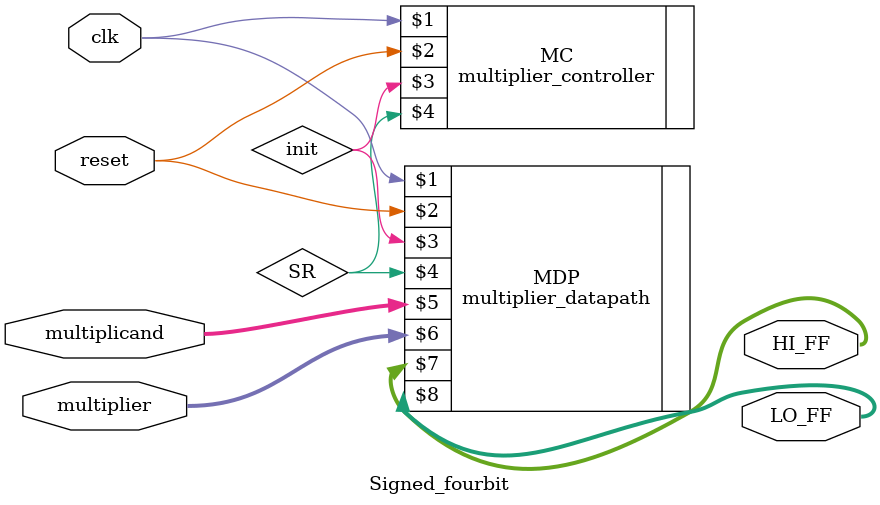
<source format=v>
`timescale 1ns / 1ps
module Signed_fourbit(
    
input clk,reset,
input [3:0] multiplicand,multiplier,
output [3:0] HI_FF , LO_FF
);
wire init,SR;

multiplier_controller MC(clk,reset,init,SR);
multiplier_datapath MDP(clk,reset,init,SR,multiplicand,multiplier,HI_FF,LO_FF);

endmodule

</source>
